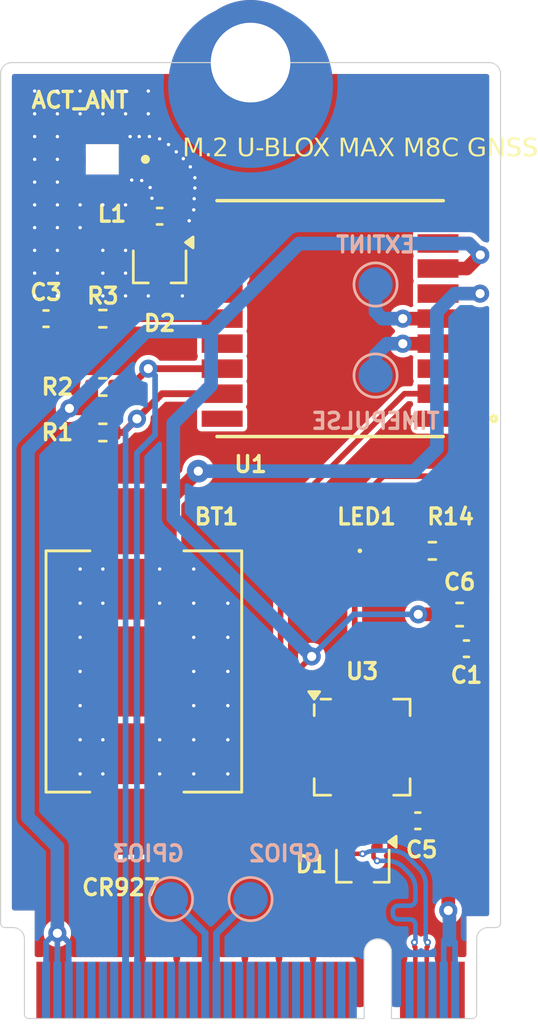
<source format=kicad_pcb>
(kicad_pcb (version 20241229) (generator "pcbnew") (generator_version "9.0")
  (layers (0 "F.Cu" signal "Top") (2 "B.Cu" signal "Bottom") (13 "F.Paste" user) (15 "B.Paste" user) (5 "F.SilkS" user "F.Silkscreen") (7 "B.SilkS" user "B.Silkscreen") (1 "F.Mask" user) (3 "B.Mask" user) (25 "Edge.Cuts" user))
  (net 0 "")
  (net 50 "Net-(BT1-+)")
  (net 51 "GND")
  (net 52 "3V3")
  (net 53 "USB_D+")
  (net 54 "I2C_SDA")
  (net 55 "USB_D-")
  (net 56 "I2C_SCL")
  (net 57 "Net-(C3-Pad2)")
  (net 58 "RX-MCU")
  (net 59 "TX-MCU")
  (net 60 "Net-(U3-3V3OUT)")
  (net 68 "RF_IN")
  (net 69 "VCC_RF")
  (net 70 "Net-(LED1-A)")
  (net 72 "Net-(U1-TIMEPULSE)")
  (net 73 "Net-(U1-EXTINT)")
  (net 74 "Net-(U$2-44)")
  (net 75 "Net-(U$2-46)")
  (footprint "Resistor_SMD:R_0402_1005Metric" (layer "F.Cu") (at 118.5 105.5)
    (property "Reference" "R1" (at -2 0 0) (layer "F.SilkS") (effects (font (size 0.7 0.7))))
    (property "Value" "4.7K" (hide yes))
    (pad "1" smd roundrect (at -0.51 0) (size 0.54 0.64) (layers "F.Cu" "F.Mask" "F.Paste") (net 52 "3V3"))
    (pad "2" smd roundrect (at 0.51 0) (size 0.54 0.64) (layers "F.Cu" "F.Mask" "F.Paste") (net 56 "I2C_SCL"))
  )
  (footprint "M.2-Templates:M.2-B-KEY" (layer "F.Cu") (at 125 131.25)
    (property "Reference" "U$2" (hide yes))
    (property "Value" "M.2-B-KEY" (hide yes))
    (fp_circle (center 0 -41) (end 3 -41) (stroke (width 1.25)) (fill no) (layer "B.Cu"))
    (fp_poly (pts (xy 2.55 -38.45) (xy -2.55 -38.45) (xy -2.55 -43.55) (xy 2.55 -43.55)) (fill yes) (layer "B.Cu"))
    (fp_line (start -11 -41.5) (end -11 -4.2) (stroke (width 0.05)) (layer "Edge.Cuts"))
    (fp_line (start -10.8 -4) (end -10.45 -4) (stroke (width 0.05)) (layer "Edge.Cuts"))
    (fp_line (start -9.95 -3.5) (end -9.95 -0.2) (stroke (width 0.05)) (layer "Edge.Cuts"))
    (fp_line (start -9.75 0) (end 5 0) (stroke (width 0.05)) (layer "Edge.Cuts"))
    (fp_line (start 5 -2.9) (end 5 0) (stroke (width 0.05)) (layer "Edge.Cuts"))
    (fp_line (start 6.2 -2.9) (end 6.2 0) (stroke (width 0.05)) (layer "Edge.Cuts"))
    (fp_line (start 6.2 0) (end 9.75 0) (stroke (width 0.05)) (layer "Edge.Cuts"))
    (fp_line (start 9.95 -0.2) (end 9.95 -3.5) (stroke (width 0.05)) (layer "Edge.Cuts"))
    (fp_line (start 10.45 -4) (end 10.8 -4) (stroke (width 0.05)) (layer "Edge.Cuts"))
    (fp_line (start 10.5 -42) (end -10.5 -42) (stroke (width 0.05)) (layer "Edge.Cuts"))
    (fp_line (start 11 -4.2) (end 11 -41.5) (stroke (width 0.05)) (layer "Edge.Cuts"))
    (fp_arc (start -11 -41.5) (mid -10.853553 -41.853553) (end -10.5 -42) (stroke (width 0.05)) (layer "Edge.Cuts"))
    (fp_arc (start -10.8 -4) (mid -10.941421 -4.058579) (end -11 -4.2) (stroke (width 0.05)) (layer "Edge.Cuts"))
    (fp_arc (start -10.45 -4) (mid -10.096447 -3.853553) (end -9.95 -3.5) (stroke (width 0.05)) (layer "Edge.Cuts"))
    (fp_arc (start -9.75 0) (mid -9.891421 -0.058579) (end -9.95 -0.2) (stroke (width 0.05)) (layer "Edge.Cuts"))
    (fp_arc (start 5 -2.9) (mid 5.175736 -3.324264) (end 5.6 -3.5) (stroke (width 0.05)) (layer "Edge.Cuts"))
    (fp_arc (start 5.6 -3.5) (mid 6.024264 -3.324264) (end 6.2 -2.9) (stroke (width 0.05)) (layer "Edge.Cuts"))
    (fp_arc (start 9.95 -3.5) (mid 10.096447 -3.853553) (end 10.45 -4) (stroke (width 0.05)) (layer "Edge.Cuts"))
    (fp_arc (start 9.95 -0.2) (mid 9.891421 -0.058579) (end 9.75 0) (stroke (width 0.05)) (layer "Edge.Cuts"))
    (fp_arc (start 10.5 -42) (mid 10.853553 -41.853553) (end 11 -41.5) (stroke (width 0.05)) (layer "Edge.Cuts"))
    (fp_arc (start 11 -4.2) (mid 10.941421 -4.058579) (end 10.8 -4) (stroke (width 0.05)) (layer "Edge.Cuts"))
    (pad "MOUNTING-HOLE" thru_hole circle (at 0 -42) (size 5.5 5.5) (drill 3.5) (layers "*.Cu" "*.Mask") (net 51 "GND"))
    (pad "P$1" smd rect (at 9.25 -1.25) (size 0.35 2.5) (layers "F.Cu" "F.Mask" "F.Paste"))
    (pad "P$2" smd rect (at 9 -1.25) (size 0.35 2.5) (layers "B.Cu" "B.Mask" "B.Paste") (net 52 "3V3"))
    (pad "P$3" smd rect (at 8.75 -1.25) (size 0.35 2.5) (layers "F.Cu" "F.Mask" "F.Paste") (net 51 "GND"))
    (pad "P$4" smd rect (at 8.5 -1.25) (size 0.35 2.5) (layers "B.Cu" "B.Mask" "B.Paste") (net 52 "3V3"))
    (pad "P$5" smd rect (at 8.25 -1.25) (size 0.35 2.5) (layers "F.Cu" "F.Mask" "F.Paste") (net 51 "GND"))
    (pad "P$6" smd rect (at 8 -1.25) (size 0.35 2.5) (layers "B.Cu" "B.Mask" "B.Paste"))
    (pad "P$7" smd rect (at 7.75 -1.25) (size 0.35 2.5) (layers "F.Cu" "F.Mask" "F.Paste") (net 53 "USB_D+"))
    (pad "P$8" smd rect (at 7.5 -1.25) (size 0.35 2.5) (layers "B.Cu" "B.Mask" "B.Paste"))
    (pad "P$9" smd rect (at 7.25 -1.25) (size 0.35 2.5) (layers "F.Cu" "F.Mask" "F.Paste") (net 55 "USB_D-"))
    (pad "P$10" smd rect (at 7 -1.25) (size 0.35 2.5) (layers "B.Cu" "B.Mask" "B.Paste"))
    (pad "P$11" smd rect (at 6.75 -1.25) (size 0.35 2.5) (layers "F.Cu" "F.Mask" "F.Paste") (net 51 "GND"))
    (pad "P$20" smd rect (at 4.5 -1.25) (size 0.35 2.5) (layers "B.Cu" "B.Mask" "B.Paste"))
    (pad "P$21" smd rect (at 4.25 -1.25) (size 0.35 2.5) (layers "F.Cu" "F.Mask" "F.Paste"))
    (pad "P$22" smd rect (at 4 -1.25) (size 0.35 2.5) (layers "B.Cu" "B.Mask" "B.Paste"))
    (pad "P$23" smd rect (at 3.75 -1.25) (size 0.35 2.5) (layers "F.Cu" "F.Mask" "F.Paste"))
    (pad "P$24" smd rect (at 3.5 -1.25) (size 0.35 2.5) (layers "B.Cu" "B.Mask" "B.Paste"))
    (pad "P$25" smd rect (at 3.25 -1.25) (size 0.35 2.5) (layers "F.Cu" "F.Mask" "F.Paste"))
    (pad "P$26" smd rect (at 3 -1.25) (size 0.35 2.5) (layers "B.Cu" "B.Mask" "B.Paste"))
    (pad "P$27" smd rect (at 2.75 -1.25) (size 0.35 2.5) (layers "F.Cu" "F.Mask" "F.Paste") (net 51 "GND"))
    (pad "P$28" smd rect (at 2.5 -1.25) (size 0.35 2.5) (layers "B.Cu" "B.Mask" "B.Paste"))
    (pad "P$29" smd rect (at 2.25 -1.25) (size 0.35 2.5) (layers "F.Cu" "F.Mask" "F.Paste"))
    (pad "P$30" smd rect (at 2 -1.25) (size 0.35 2.5) (layers "B.Cu" "B.Mask" "B.Paste"))
    (pad "P$31" smd rect (at 1.75 -1.25) (size 0.35 2.5) (layers "F.Cu" "F.Mask" "F.Paste"))
    (pad "P$32" smd rect (at 1.5 -1.25) (size 0.35 2.5) (layers "B.Cu" "B.Mask" "B.Paste"))
    (pad "P$33" smd rect (at 1.25 -1.25) (size 0.35 2.5) (layers "F.Cu" "F.Mask" "F.Paste") (net 51 "GND"))
    (pad "P$34" smd rect (at 1 -1.25) (size 0.35 2.5) (layers "B.Cu" "B.Mask" "B.Paste"))
    (pad "P$35" smd rect (at 0.75 -1.25) (size 0.35 2.5) (layers "F.Cu" "F.Mask" "F.Paste"))
    (pad "P$36" smd rect (at 0.5 -1.25) (size 0.35 2.5) (layers "B.Cu" "B.Mask" "B.Paste"))
    (pad "P$37" smd rect (at 0.25 -1.25) (size 0.35 2.5) (layers "F.Cu" "F.Mask" "F.Paste"))
    (pad "P$38" smd rect (at 0 -1.25) (size 0.35 2.5) (layers "B.Cu" "B.Mask" "B.Paste"))
    (pad "P$39" smd rect (at -0.25 -1.25) (size 0.35 2.5) (layers "F.Cu" "F.Mask" "F.Paste") (net 51 "GND"))
    (pad "P$40" smd rect (at -0.5 -1.25) (size 0.35 2.5) (layers "B.Cu" "B.Mask" "B.Paste"))
    (pad "P$41" smd rect (at -0.75 -1.25) (size 0.35 2.5) (layers "F.Cu" "F.Mask" "F.Paste"))
    (pad "P$42" smd rect (at -1 -1.25) (size 0.35 2.5) (layers "B.Cu" "B.Mask" "B.Paste"))
    (pad "P$43" smd rect (at -1.25 -1.25) (size 0.35 2.5) (layers "F.Cu" "F.Mask" "F.Paste"))
    (pad "P$44" smd rect (at -1.5 -1.25) (size 0.35 2.5) (layers "B.Cu" "B.Mask" "B.Paste") (net 74 "Net-(U$2-44)"))
    (pad "P$45" smd rect (at -1.75 -1.25) (size 0.35 2.5) (layers "F.Cu" "F.Mask" "F.Paste") (net 51 "GND"))
    (pad "P$46" smd rect (at -2 -1.25) (size 0.35 2.5) (layers "B.Cu" "B.Mask" "B.Paste") (net 75 "Net-(U$2-46)"))
    (pad "P$47" smd rect (at -2.25 -1.25) (size 0.35 2.5) (layers "F.Cu" "F.Mask" "F.Paste"))
    (pad "P$48" smd rect (at -2.5 -1.25) (size 0.35 2.5) (layers "B.Cu" "B.Mask" "B.Paste"))
    (pad "P$49" smd rect (at -2.75 -1.25) (size 0.35 2.5) (layers "F.Cu" "F.Mask" "F.Paste"))
    (pad "P$50" smd rect (at -3 -1.25) (size 0.35 2.5) (layers "B.Cu" "B.Mask" "B.Paste"))
    (pad "P$51" smd rect (at -3.25 -1.25) (size 0.35 2.5) (layers "F.Cu" "F.Mask" "F.Paste") (net 51 "GND"))
    (pad "P$52" smd rect (at -3.5 -1.25) (size 0.35 2.5) (layers "B.Cu" "B.Mask" "B.Paste"))
    (pad "P$53" smd rect (at -3.75 -1.25) (size 0.35 2.5) (layers "F.Cu" "F.Mask" "F.Paste"))
    (pad "P$54" smd rect (at -4 -1.25) (size 0.35 2.5) (layers "B.Cu" "B.Mask" "B.Paste"))
    (pad "P$55" smd rect (at -4.25 -1.25) (size 0.35 2.5) (layers "F.Cu" "F.Mask" "F.Paste"))
    (pad "P$56" smd rect (at -4.5 -1.25) (size 0.35 2.5) (layers "B.Cu" "B.Mask" "B.Paste"))
    (pad "P$57" smd rect (at -4.75 -1.25) (size 0.35 2.5) (layers "F.Cu" "F.Mask" "F.Paste") (net 51 "GND"))
    (pad "P$58" smd rect (at -5 -1.25) (size 0.35 2.5) (layers "B.Cu" "B.Mask" "B.Paste") (net 54 "I2C_SDA"))
    (pad "P$59" smd rect (at -5.25 -1.25) (size 0.35 2.5) (layers "F.Cu" "F.Mask" "F.Paste"))
    (pad "P$60" smd rect (at -5.5 -1.25) (size 0.35 2.5) (layers "B.Cu" "B.Mask" "B.Paste") (net 56 "I2C_SCL"))
    (pad "P$61" smd rect (at -5.75 -1.25) (size 0.35 2.5) (layers "F.Cu" "F.Mask" "F.Paste"))
    (pad "P$62" smd rect (at -6 -1.25) (size 0.35 2.5) (layers "B.Cu" "B.Mask" "B.Paste"))
    (pad "P$63" smd rect (at -6.25 -1.25) (size 0.35 2.5) (layers "F.Cu" "F.Mask" "F.Paste"))
    (pad "P$64" smd rect (at -6.5 -1.25) (size 0.35 2.5) (layers "B.Cu" "B.Mask" "B.Paste"))
    (pad "P$65" smd rect (at -6.75 -1.25) (size 0.35 2.5) (layers "F.Cu" "F.Mask" "F.Paste"))
    (pad "P$66" smd rect (at -7 -1.25) (size 0.35 2.5) (layers "B.Cu" "B.Mask" "B.Paste"))
    (pad "P$67" smd rect (at -7.25 -1.25) (size 0.35 2.5) (layers "F.Cu" "F.Mask" "F.Paste"))
    (pad "P$68" smd rect (at -7.5 -1.25) (size 0.35 2.5) (layers "B.Cu" "B.Mask" "B.Paste"))
    (pad "P$69" smd rect (at -7.75 -1.25) (size 0.35 2.5) (layers "F.Cu" "F.Mask" "F.Paste"))
    (pad "P$70" smd rect (at -8 -1.25) (size 0.35 2.5) (layers "B.Cu" "B.Mask" "B.Paste") (net 52 "3V3"))
    (pad "P$71" smd rect (at -8.25 -1.25) (size 0.35 2.5) (layers "F.Cu" "F.Mask" "F.Paste") (net 51 "GND"))
    (pad "P$72" smd rect (at -8.5 -1.25) (size 0.35 2.5) (layers "B.Cu" "B.Mask" "B.Paste") (net 52 "3V3"))
    (pad "P$73" smd rect (at -8.75 -1.25) (size 0.35 2.5) (layers "F.Cu" "F.Mask" "F.Paste") (net 51 "GND"))
    (pad "P$74" smd rect (at -9 -1.25) (size 0.35 2.5) (layers "B.Cu" "B.Mask" "B.Paste") (net 52 "3V3"))
    (pad "P$75" smd rect (at -9.25 -1.25) (size 0.35 2.5) (layers "F.Cu" "F.Mask" "F.Paste"))
  )
  (footprint "Resistor_SMD:R_0402_1005Metric" (layer "F.Cu") (at 133 110.7 180)
    (property "Reference" "R14" (at -0.8 1.5 0) (layer "F.SilkS") (effects (font (size 0.7 0.7))))
    (property "Value" "520R" (hide yes))
    (pad "1" smd roundrect (at -0.51 0 180) (size 0.54 0.64) (layers "F.Cu" "F.Mask" "F.Paste") (net 52 "3V3"))
    (pad "2" smd roundrect (at 0.51 0 180) (size 0.54 0.64) (layers "F.Cu" "F.Mask" "F.Paste") (net 70 "Net-(LED1-A)"))
  )
  (footprint "Capacitor_SMD:C_0402_1005Metric" (layer "F.Cu") (at 134.5 115 180)
    (property "Reference" "C1" (at 0 -1.16 0) (layer "F.SilkS") (effects (font (size 0.7 0.7))))
    (property "Value" "0.1uF" (hide yes))
    (pad "1" smd roundrect (at -0.48 0 180) (size 0.56 0.62) (layers "F.Cu" "F.Mask" "F.Paste") (net 51 "GND"))
    (pad "2" smd roundrect (at 0.48 0 180) (size 0.56 0.62) (layers "F.Cu" "F.Mask" "F.Paste") (net 52 "3V3"))
  )
  (footprint "Package_TO_SOT_SMD:SOT-323_SC-70" (layer "F.Cu") (at 121 98.2 -90)
    (property "Reference" "D2" (at 2.5 0 180) (layer "F.SilkS") (effects (font (size 0.7 0.7))))
    (property "Value" "SP1001-02JTG - C151300" (hide yes))
    (pad "1" smd roundrect (at -1 -0.65 180) (size 0.45 0.7) (layers "F.Cu" "F.Mask" "F.Paste") (net 68 "RF_IN"))
    (pad "2" smd roundrect (at -1 0.65 180) (size 0.45 0.7) (layers "F.Cu" "F.Mask" "F.Paste"))
    (pad "3" smd roundrect (at 1 0 180) (size 0.45 0.7) (layers "F.Cu" "F.Mask" "F.Paste") (net 51 "GND"))
  )
  (footprint "Package_DFN_QFN:QFN-16-1EP_4x4mm_P0.65mm_EP2.1x2.1mm" (layer "F.Cu") (at 129.91 119.325)
    (property "Reference" "U3" (at 0 -3.330001 0) (layer "F.SilkS") (effects (font (size 0.7 0.7))))
    (property "Value" "FT230XQ" (hide yes))
    (pad "1" smd roundrect (at -1.95 -0.975) (size 0.85 0.3) (layers "F.Cu" "F.Mask" "F.Paste") (net 52 "3V3"))
    (pad "2" smd roundrect (at -1.95 -0.325) (size 0.85 0.3) (layers "F.Cu" "F.Mask" "F.Paste") (net 59 "TX-MCU"))
    (pad "3" smd roundrect (at -1.95 0.325) (size 0.85 0.3) (layers "F.Cu" "F.Mask" "F.Paste") (net 51 "GND"))
    (pad "4" smd roundrect (at -1.95 0.975) (size 0.85 0.3) (layers "F.Cu" "F.Mask" "F.Paste"))
    (pad "5" smd roundrect (at -0.975 1.95) (size 0.3 0.85) (layers "F.Cu" "F.Mask" "F.Paste"))
    (pad "6" smd roundrect (at -0.325 1.95) (size 0.3 0.85) (layers "F.Cu" "F.Mask" "F.Paste") (net 53 "USB_D+"))
    (pad "7" smd roundrect (at 0.325 1.95) (size 0.3 0.85) (layers "F.Cu" "F.Mask" "F.Paste") (net 55 "USB_D-"))
    (pad "8" smd roundrect (at 0.975 1.95) (size 0.3 0.85) (layers "F.Cu" "F.Mask" "F.Paste") (net 60 "Net-(U3-3V3OUT)"))
    (pad "9" smd roundrect (at 1.95 0.975) (size 0.85 0.3) (layers "F.Cu" "F.Mask" "F.Paste"))
    (pad "10" smd roundrect (at 1.95 0.325) (size 0.85 0.3) (layers "F.Cu" "F.Mask" "F.Paste") (net 52 "3V3"))
    (pad "11" smd roundrect (at 1.95 -0.325) (size 0.85 0.3) (layers "F.Cu" "F.Mask" "F.Paste"))
    (pad "12" smd roundrect (at 1.95 -0.975) (size 0.85 0.3) (layers "F.Cu" "F.Mask" "F.Paste"))
    (pad "13" smd roundrect (at 0.975 -1.95) (size 0.3 0.85) (layers "F.Cu" "F.Mask" "F.Paste") (net 51 "GND"))
    (pad "14" smd roundrect (at 0.325 -1.95) (size 0.3 0.85) (layers "F.Cu" "F.Mask" "F.Paste"))
    (pad "15" smd roundrect (at -0.325 -1.95) (size 0.3 0.85) (layers "F.Cu" "F.Mask" "F.Paste") (net 58 "RX-MCU"))
    (pad "16" smd roundrect (at -0.975 -1.95) (size 0.3 0.85) (layers "F.Cu" "F.Mask" "F.Paste"))
    (pad "17" smd rect (at 0 0) (size 2.1 2.1) (property pad_prop_heatsink) (layers "F.Cu" "F.Mask") (net 51 "GND"))
  )
  (footprint "Resistor_SMD:R_0402_1005Metric" (layer "F.Cu") (at 118.5 103.5)
    (property "Reference" "R2" (at -2 0 0) (layer "F.SilkS") (effects (font (size 0.7 0.7))))
    (property "Value" "4.7K" (hide yes))
    (pad "1" smd roundrect (at -0.51 0) (size 0.54 0.64) (layers "F.Cu" "F.Mask" "F.Paste") (net 52 "3V3"))
    (pad "2" smd roundrect (at 0.51 0) (size 0.54 0.64) (layers "F.Cu" "F.Mask" "F.Paste") (net 54 "I2C_SDA"))
  )
  (footprint "Resistor_SMD:R_0402_1005Metric" (layer "F.Cu") (at 118.5 100.5 180)
    (property "Reference" "R3" (at 0 1 0) (layer "F.SilkS") (effects (font (size 0.7 0.7))))
    (property "Value" "10R" (hide yes))
    (pad "1" smd roundrect (at -0.51 0 180) (size 0.54 0.64) (layers "F.Cu" "F.Mask" "F.Paste") (net 69 "VCC_RF"))
    (pad "2" smd roundrect (at 0.51 0 180) (size 0.54 0.64) (layers "F.Cu" "F.Mask" "F.Paste") (net 57 "Net-(C3-Pad2)"))
  )
  (footprint "Connector_Coaxial:LINX_CONMHF4-SMD-G-T" (layer "F.Cu") (at 118.5 93.5 90)
    (property "Reference" "ACT_ANT" (at 2.6 -1 180) (layer "F.SilkS") (effects (font (size 0.7 0.7))))
    (property "Value" "CONMHF4-SMD-G-T" (hide yes))
    (pad "1" smd rect (at 0 1 90) (size 0.6 0.6) (layers "F.Cu" "F.Mask" "F.Paste") (net 68 "RF_IN"))
    (pad "S1" smd rect (at -0.96 0 90) (size 0.58 1.58) (layers "F.Cu" "F.Mask" "F.Paste") (net 51 "GND"))
    (pad "S2" smd rect (at 0 -1 90) (size 0.5 0.5) (layers "F.Cu" "F.Mask" "F.Paste") (net 51 "GND"))
    (pad "S3" smd rect (at 0.96 0 90) (size 0.58 1.58) (layers "F.Cu" "F.Mask" "F.Paste") (net 51 "GND"))
    (zone (net 0) (net_name "") (layer "F.Cu") (connect_pads (clearance 0)) (min_thickness 0.01)
      (keepout (tracks not_allowed) (vias not_allowed) (pads not_allowed) (copperpour not_allowed) (footprints allowed))
      (fill (thermal_gap 0.508) (thermal_bridge_width 0.508))
      (polygon (pts (xy 117.75 94.17) (xy 117.75 92.83) (xy 119.2 92.83) (xy 119.2 94.17)))
    )
    (zone (net 0) (net_name "") (layer "B.Cu") (connect_pads (clearance 0)) (min_thickness 0.01)
      (keepout (tracks not_allowed) (vias not_allowed) (pads not_allowed) (copperpour not_allowed) (footprints allowed))
      (fill (thermal_gap 0.508) (thermal_bridge_width 0.508))
      (polygon (pts (xy 117.75 94.17) (xy 117.75 92.83) (xy 119.2 92.83) (xy 119.2 94.17)))
    )
  )
  (footprint "Battery:BAT_3030TR" (layer "F.Cu") (at 120 116 -90)
    (property "Reference" "BT1" (at -6.8 -3.5 180) (layer "F.SilkS") (effects (font (size 0.7 0.7))))
    (property "Value" "Battery_Cell" (hide yes))
    (pad "1" smd rect (at -6.6 0 270) (size 2.9 3.5) (layers "F.Cu" "F.Mask" "F.Paste") (net 50 "Net-(BT1-+)"))
    (pad "1" smd rect (at 6.6 0 270) (size 2.9 3.5) (layers "F.Cu" "F.Mask" "F.Paste") (net 50 "Net-(BT1-+)"))
    (pad "2" smd rect (at 0 0 270) (size 3.96 3.96) (layers "F.Cu" "F.Mask") (net 51 "GND"))
  )
  (footprint "Capacitor_SMD:C_0603_1608Metric" (layer "F.Cu") (at 134.2 113.5)
    (property "Reference" "C6" (at 0 -1.43 0) (layer "F.SilkS") (effects (font (size 0.7 0.7))))
    (property "Value" "22uF" (hide yes))
    (pad "1" smd roundrect (at -0.775 0) (size 0.9 0.95) (layers "F.Cu" "F.Mask" "F.Paste") (net 52 "3V3"))
    (pad "2" smd roundrect (at 0.775 0) (size 0.9 0.95) (layers "F.Cu" "F.Mask" "F.Paste") (net 51 "GND"))
  )
  (footprint "uBlox:MAX-8&slash_MAX-M8_UBL" (layer "F.Cu") (at 128.5 100.4971 180)
    (property "Reference" "U1" (at 3.5 -6.4029 0) (layer "F.SilkS") (effects (font (size 0.7 0.7))))
    (property "Value" "MAX-M8C-0-10" (hide yes))
    (pad "1" smd rect (at -4.749998 -4.399999 180) (size 1.8034 0.7112) (layers "F.Cu" "F.Mask" "F.Paste") (net 51 "GND"))
    (pad "2" smd rect (at -4.749998 -3.300001 180) (size 1.8034 0.8128) (layers "F.Cu" "F.Mask" "F.Paste") (net 59 "TX-MCU"))
    (pad "3" smd rect (at -4.749998 -2.200001 180) (size 1.8034 0.8128) (layers "F.Cu" "F.Mask" "F.Paste") (net 58 "RX-MCU"))
    (pad "4" smd rect (at -4.749998 -1.1 180) (size 1.8034 0.8128) (layers "F.Cu" "F.Mask" "F.Paste") (net 72 "Net-(U1-TIMEPULSE)"))
    (pad "5" smd rect (at -4.749998 0 180) (size 1.8034 0.8128) (layers "F.Cu" "F.Mask" "F.Paste") (net 73 "Net-(U1-EXTINT)"))
    (pad "6" smd rect (at -4.749998 1.1 180) (size 1.8034 0.8128) (layers "F.Cu" "F.Mask" "F.Paste") (net 50 "Net-(BT1-+)"))
    (pad "7" smd rect (at -4.749998 2.200001 180) (size 1.8034 0.8128) (layers "F.Cu" "F.Mask" "F.Paste") (net 52 "3V3"))
    (pad "8" smd rect (at -4.749998 3.300001 180) (size 1.8034 0.8128) (layers "F.Cu" "F.Mask" "F.Paste") (net 52 "3V3"))
    (pad "9" smd rect (at -4.749998 4.400001 180) (size 1.8034 0.7112) (layers "F.Cu" "F.Mask" "F.Paste"))
    (pad "10" smd rect (at 4.749998 4.399999 180) (size 1.8034 0.7112) (layers "F.Cu" "F.Mask" "F.Paste") (net 51 "GND"))
    (pad "11" smd rect (at 4.749998 3.300001 180) (size 1.8034 0.8128) (layers "F.Cu" "F.Mask" "F.Paste") (net 68 "RF_IN"))
    (pad "12" smd rect (at 4.749998 2.200001 180) (size 1.8034 0.8128) (layers "F.Cu" "F.Mask" "F.Paste") (net 51 "GND"))
    (pad "13" smd rect (at 4.749998 1.1 180) (size 1.8034 0.8128) (layers "F.Cu" "F.Mask" "F.Paste"))
    (pad "14" smd rect (at 4.749998 0 180) (size 1.8034 0.8128) (layers "F.Cu" "F.Mask" "F.Paste") (net 69 "VCC_RF"))
    (pad "15" smd rect (at 4.749998 -1.1 180) (size 1.8034 0.8128) (layers "F.Cu" "F.Mask" "F.Paste"))
    (pad "16" smd rect (at 4.749998 -2.200001 180) (size 1.8034 0.8128) (layers "F.Cu" "F.Mask" "F.Paste") (net 54 "I2C_SDA"))
    (pad "17" smd rect (at 4.749998 -3.300001 180) (size 1.8034 0.8128) (layers "F.Cu" "F.Mask" "F.Paste") (net 56 "I2C_SCL"))
    (pad "18" smd rect (at 4.749998 -4.400001 180) (size 1.8034 0.7112) (layers "F.Cu" "F.Mask" "F.Paste"))
  )
  (footprint "Capacitor_SMD:C_0402_1005Metric" (layer "F.Cu") (at 116 100.5)
    (property "Reference" "C3" (at 0 -1.16 0) (layer "F.SilkS") (effects (font (size 0.7 0.7))))
    (property "Value" "100nF" (hide yes))
    (pad "1" smd roundrect (at -0.48 0) (size 0.56 0.62) (layers "F.Cu" "F.Mask" "F.Paste") (net 51 "GND"))
    (pad "2" smd roundrect (at 0.48 0) (size 0.56 0.62) (layers "F.Cu" "F.Mask" "F.Paste") (net 57 "Net-(C3-Pad2)"))
  )
  (footprint "Package_TO_SOT_SMD:SOT-323_SC-70" (layer "F.Cu") (at 129.9375 124.53 -90)
    (property "Reference" "D1" (at -0.05 2.2575 180) (layer "F.SilkS") (effects (font (size 0.7 0.7))))
    (property "Value" "SP1001-02JTG - C151300" (hide yes))
    (pad "1" smd roundrect (at -1 -0.65 180) (size 0.45 0.7) (layers "F.Cu" "F.Mask" "F.Paste") (net 55 "USB_D-"))
    (pad "2" smd roundrect (at -1 0.65 180) (size 0.45 0.7) (layers "F.Cu" "F.Mask" "F.Paste") (net 53 "USB_D+"))
    (pad "3" smd roundrect (at 1 0 180) (size 0.45 0.7) (layers "F.Cu" "F.Mask" "F.Paste") (net 51 "GND"))
  )
  (footprint "Capacitor_SMD:C_0402_1005Metric" (layer "F.Cu") (at 132.36 122.56 180)
    (property "Reference" "C5" (at -0.17 -1.27 0) (layer "F.SilkS") (effects (font (size 0.7 0.7))))
    (property "Value" "100nF" (hide yes))
    (pad "1" smd roundrect (at -0.48 0 180) (size 0.56 0.62) (layers "F.Cu" "F.Mask" "F.Paste") (net 51 "GND"))
    (pad "2" smd roundrect (at 0.48 0 180) (size 0.56 0.62) (layers "F.Cu" "F.Mask" "F.Paste") (net 60 "Net-(U3-3V3OUT)"))
  )
  (footprint "Capacitor_SMD:C_0402_1005Metric_Pad0.74x0.62mm_HandSolder" (layer "F.Cu") (at 121 96)
    (property "Reference" "L1" (at -2.1 -0.1 0) (layer "F.SilkS") (effects (font (size 0.7 0.7))))
    (property "Value" "10nH" (hide yes))
    (pad "1" smd roundrect (at -0.5675 0) (size 0.735 0.62) (layers "F.Cu" "F.Mask" "F.Paste") (net 57 "Net-(C3-Pad2)"))
    (pad "2" smd roundrect (at 0.5675 0) (size 0.735 0.62) (layers "F.Cu" "F.Mask" "F.Paste") (net 68 "RF_IN"))
  )
  (footprint "LED_SMD:LED_0402_1005Metric" (layer "F.Cu") (at 130.9 110.7)
    (property "Reference" "LED1" (at -0.8 -1.5 0) (layer "F.SilkS") (effects (font (size 0.7 0.7))))
    (property "Value" "NET" (hide yes))
    (pad "1" smd roundrect (at -0.485 0) (size 0.59 0.64) (layers "F.Cu" "F.Mask" "F.Paste") (net 51 "GND"))
    (pad "2" smd roundrect (at 0.485 0) (size 0.59 0.64) (layers "F.Cu" "F.Mask" "F.Paste") (net 70 "Net-(LED1-A)"))
  )
  (footprint "TestPoint:TestPoint_Pad_D1.5mm" (layer "B.Cu") (at 125 126)
    (property "Reference" "TP3" (hide yes))
    (property "Value" "GPIO2" (at 1.5 -2 180) (layer "B.SilkS") (effects (font (size 0.7 0.7)) (justify mirror)))
    (pad "1" smd circle (at 0 0) (size 1.5 1.5) (layers "B.Cu" "B.Mask") (net 74 "Net-(U$2-44)"))
  )
  (footprint "TestPoint:TestPoint_Pad_D1.5mm" (layer "B.Cu") (at 130.5 103)
    (property "Reference" "TP1" (hide yes))
    (property "Value" "TIMEPULSE" (at 0 2 180) (layer "B.SilkS") (effects (font (size 0.7 0.7)) (justify mirror)))
    (pad "1" smd circle (at 0 0) (size 1.5 1.5) (layers "B.Cu" "B.Mask") (net 72 "Net-(U1-TIMEPULSE)"))
  )
  (footprint "TestPoint:TestPoint_Pad_D1.5mm" (layer "B.Cu") (at 130.5 99)
    (property "Reference" "TP2" (hide yes))
    (property "Value" "EXTINT" (at 0 -1.75 180) (layer "B.SilkS") (effects (font (size 0.7 0.7)) (justify mirror)))
    (pad "1" smd circle (at 0 0) (size 1.5 1.5) (layers "B.Cu" "B.Mask") (net 73 "Net-(U1-EXTINT)"))
  )
  (footprint "TestPoint:TestPoint_Pad_D1.5mm" (layer "B.Cu") (at 121.5 126)
    (property "Reference" "TP4" (hide yes))
    (property "Value" "GPIO3" (at -1 -2 180) (layer "B.SilkS") (effects (font (size 0.7 0.7)) (justify mirror)))
    (pad "1" smd circle (at 0 0) (size 1.5 1.5) (layers "B.Cu" "B.Mask") (net 75 "Net-(U$2-46)"))
  )
  (gr_text "M.2 U-BLOX MAX M8C GNSS" (at 122 93.5 0) (layer "F.SilkS") (effects (font (size 0.8 0.8)) (justify left bottom)))
  (gr_text "CR927" (at 117.5 125.9 0) (layer "F.SilkS") (effects (font (size 0.7 0.7)) (justify left bottom)))
  (segment (start 117.5 122.6) (end 120 122.6) (width 0.6) (layer "F.Cu") (net 50))
  (segment (start 135.1 99.4) (end 135.0971 99.3971) (width 0.6) (layer "F.Cu") (net 50))
  (segment (start 120.5 109.4) (end 120 109.4) (width 0.6) (layer "F.Cu") (net 50))
  (segment (start 117.2 109.4) (end 116.4 110.2) (width 0.6) (layer "F.Cu") (net 50))
  (segment (start 116.4 121.5) (end 117.5 122.6) (width 0.6) (layer "F.Cu") (net 50))
  (segment (start 116.4 110.2) (end 116.4 121.5) (width 0.6) (layer "F.Cu") (net 50))
  (segment (start 122.7 107.2) (end 120.5 109.4) (width 0.6) (layer "F.Cu") (net 50))
  (segment (start 135.0971 99.3971) (end 133.249998 99.3971) (width 0.6) (layer "F.Cu") (net 50))
  (segment (start 120 109.4) (end 117.2 109.4) (width 0.6) (layer "F.Cu") (net 50))
  (via (at 122.7 107.2) (size 1) (drill 0.4) (layers "F.Cu" "B.Cu") (net 50))
  (via (at 135.1 99.4) (size 0.8) (drill 0.4) (layers "F.Cu" "B.Cu") (net 50))
  (segment (start 132.2 107.2) (end 133.2 106.2) (width 0.6) (layer "B.Cu") (net 50))
  (segment (start 134 99.4) (end 135.1 99.4) (width 0.6) (layer "B.Cu") (net 50))
  (segment (start 133.2 106.2) (end 133.2 100.2) (width 0.6) (layer "B.Cu") (net 50))
  (segment (start 122.7 107.2) (end 132.2 107.2) (width 0.6) (layer "B.Cu") (net 50))
  (segment (start 133.2 100.2) (end 134 99.4) (width 0.6) (layer "B.Cu") (net 50))
  (via (at 116.5 90.5) (size 0.3) (drill 0.15) (layers "F.Cu" "B.Cu") (net 51))
  (via (at 124 120.5) (size 0.3) (drill 0.15) (layers "F.Cu" "B.Cu") (net 51))
  (via (at 118.5 99.5) (size 0.3) (drill 0.15) (layers "F.Cu" "B.Cu") (net 51))
  (via (at 121 119) (size 0.3) (drill 0.15) (layers "F.Cu" "B.Cu") (net 51))
  (via (at 117.5 111.5) (size 0.3) (drill 0.15) (layers "F.Cu" "B.Cu") (net 51))
  (via (at 115.5 99.5) (size 0.3) (drill 0.15) (layers "F.Cu" "B.Cu") (net 51))
  (via (at 122 99.5) (size 0.3) (drill 0.15) (layers "F.Cu" "B.Cu") (net 51))
  (via (at 117.5 116) (size 0.3) (drill 0.15) (layers "F.Cu" "B.Cu") (net 51))
  (via (at 122.55 94.31) (size 0.3) (drill 0.15) (layers "F.Cu" "B.Cu") (net 51))
  (via (at 117.5 119) (size 0.3) (drill 0.15) (layers "F.Cu" "B.Cu") (net 51))
  (via (at 120.58 94.74) (size 0.3) (drill 0.15) (layers "F.Cu" "B.Cu") (net 51))
  (via (at 118.5 120.5) (size 0.3) (drill 0.15) (layers "F.Cu" "B.Cu") (net 51))
  (via (at 117.5 117.5) (size 0.3) (drill 0.15) (layers "F.Cu" "B.Cu") (net 51))
  (via (at 124 117.5) (size 0.3) (drill 0.15) (layers "F.Cu" "B.Cu") (net 51))
  (via (at 122.5 113) (size 0.3) (drill 0.15) (layers "F.Cu" "B.Cu") (net 51))
  (via (at 117.5 120.5) (size 0.3) (drill 0.15) (layers "F.Cu" "B.Cu") (net 51))
  (via (at 122.5 111.5) (size 0.3) (drill 0.15) (layers "F.Cu" "B.Cu") (net 51))
  (via (at 120.21 94.43) (size 0.3) (drill 0.15) (layers "F.Cu" "B.Cu") (net 51))
  (via (at 118.5 98.5) (size 0.3) (drill 0.15) (layers "F.Cu" "B.Cu") (net 51))
  (via (at 122.04 93.47) (size 0.3) (drill 0.15) (layers "F.Cu" "B.Cu") (net 51))
  (via (at 118.5 97.5) (size 0.3) (drill 0.15) (layers "F.Cu" "B.Cu") (net 51))
  (via (at 115.5 92.5) (size 0.3) (drill 0.15) (layers "F.Cu" "B.Cu") (net 51))
  (via (at 122.5 116) (size 0.3) (drill 0.15) (layers "F.Cu" "B.Cu") (net 51))
  (via (at 124 119) (size 0.3) (drill 0.15) (layers "F.Cu" "B.Cu") (net 51))
  (via (at 115.5 93.5) (size 0.3) (drill 0.15) (layers "F.Cu" "B.Cu") (net 51))
  (via (at 117.5 91.5) (size 0.3) (drill 0.15) (layers "F.Cu" "B.Cu") (net 51))
  (via (at 117.5 114.5) (size 0.3) (drill 0.15) (layers "F.Cu" "B.Cu") (net 51))
  (via (at 118.5 119) (size 0.3) (drill 0.15) (layers "F.Cu" "B.Cu") (net 51))
  (via (at 116.5 95.5) (size 0.3) (drill 0.15) (layers "F.Cu" "B.Cu") (net 51))
  (via (at 119.5 90.5) (size 0.3) (drill 0.15) (layers "F.Cu" "B.Cu") (net 51))
  (via (at 120.1 92.5) (size 0.3) (drill 0.15) (layers "F.Cu" "B.Cu") (net 51))
  (via (at 118.5 95.5) (size 0.3) (drill 0.15) (layers "F.Cu" "B.Cu") (net 51))
  (via (at 124 116) (size 0.3) (drill 0.15) (layers "F.Cu" "B.Cu") (net 51))
  (via (at 118.5 91.5) (size 0.3) (drill 0.15) (layers "F.Cu" "B.Cu") (net 51))
  (via (at 115.5 98.5) (size 0.3) (drill 0.15) (layers "F.Cu" "B.Cu") (net 51))
  (via (at 116.5 93.5) (size 0.3) (drill 0.15) (layers "F.Cu" "B.Cu") (net 51))
  (via (at 115.5 96.5) (size 0.3) (drill 0.15) (layers "F.Cu" "B.Cu") (net 51))
  (via (at 121 120.5) (size 0.3) (drill 0.15) (layers "F.Cu" "B.Cu") (net 51))
  (via (at 120.5 91.5) (size 0.3) (drill 0.15) (layers "F.Cu" "B.Cu") (net 51))
  (via (at 115.5 94.5) (size 0.3) (drill 0.15) (layers "F.Cu" "B.Cu") (net 51))
  (via (at 121 111.5) (size 0.3) (drill 0.15) (layers "F.Cu" "B.Cu") (net 51))
  (via (at 119.5 98.5) (size 0.3) (drill 0.15) (layers "F.Cu" "B.Cu") (net 51))
  (via (at 124 113) (size 0.3) (drill 0.15) (layers "F.Cu" "B.Cu") (net 51))
  (via (at 122.3 96.2) (size 0.3) (drill 0.15) (layers "F.Cu" "B.Cu") (net 51))
  (via (at 118.5 113) (size 0.3) (drill 0.15) (layers "F.Cu" "B.Cu") (net 51))
  (via (at 122.5 120.5) (size 0.3) (drill 0.15) (layers "F.Cu" "B.Cu") (net 51))
  (via (at 116.5 99.5) (size 0.3) (drill 0.15) (layers "F.Cu" "B.Cu") (net 51))
  (via (at 122.52 95.23) (size 0.3) (drill 0.15) (layers "F.Cu" "B.Cu") (net 51))
  (via (at 122.35 93.83) (size 0.3) (drill 0.15) (layers "F.Cu" "B.Cu") (net 51))
  (via (at 122.55 94.76) (size 0.3) (drill 0.15) (layers "F.Cu" "B.Cu") (net 51))
  (via (at 116.5 98.5) (size 0.3) (drill 0.15) (layers "F.Cu" "B.Cu") (net 51))
  (via (at 116.5 92.5) (size 0.3) (drill 0.15) (layers "F.Cu" "B.Cu") (net 51))
  (via (at 117.5 90.5) (size 0.3) (drill 0.15) (layers "F.Cu" "B.Cu") (net 51))
  (via (at 121.73 93.17) (size 0.3) (drill 0.15) (layers "F.Cu" "B.Cu") (net 51))
  (via (at 119.5 95.5) (size 0.3) (drill 0.15) (layers "F.Cu" "B.Cu") (net 51))
  (via (at 117.5 96.5) (size 0.3) (drill 0.15) (layers "F.Cu" "B.Cu") (net 51))
  (via (at 120.5 90.5) (size 0.3) (drill 0.15) (layers "F.Cu" "B.Cu") (net 51))
  (via (at 116.5 94.5) (size 0.3) (drill 0.15) (layers "F.Cu" "B.Cu") (net 51))
  (via (at 118.5 111.5) (size 0.3) (drill 0.15) (layers "F.Cu" "B.Cu") (net 51))
  (via (at 119.77 94.41) (size 0.3) (drill 0.15) (layers "F.Cu" "B.Cu") (net 51))
  (via (at 119.7 92.5) (size 0.3) (drill 0.15) (layers "F.Cu" "B.Cu") (net 51))
  (via (at 124 114.5) (size 0.3) (drill 0.15) (layers "F.Cu" "B.Cu") (net 51))
  (via (at 118.5 90.5) (size 0.3) (drill 0.15) (layers "F.Cu" "B.Cu") (net 51))
  (via (at 116.5 96.5) (size 0.3) (drill 0.15) (layers "F.Cu" "B.Cu") (net 51))
  (via (at 117.5 113) (size 0.3) (drill 0.15) (layers "F.Cu" "B.Cu") (net 51))
  (via (at 121 92.6) (size 0.3) (drill 0.15) (layers "F.Cu" "B.Cu") (net 51))
  (via (at 119.5 91.5) (size 0.3) (drill 0.15) (layers "F.Cu" "B.Cu") (net 51))
  (via (at 122.5 95.72) (size 0.3) (drill 0.15) (layers "F.Cu" "B.Cu") (net 51))
  (via (at 115.5 95.5) (size 0.3) (drill 0.15) (layers "F.Cu" "B.Cu") (net 51))
  (via (at 120.5 99.5) (size 0.3) (drill 0.15) (layers "F.Cu" "B.Cu") (net 51))
  (via (at 119.5 99.5) (size 0.3) (drill 0.15) (layers "F.Cu" "B.Cu") (net 51))
  (via (at 119.5 97.5) (size 0.3) (drill 0.15) (layers "F.Cu" "B.Cu") (net 51))
  (via (at 116.5 91.5) (size 0.3) (drill 0.15) (layers "F.Cu" "B.Cu") (net 51))
  (via (at 122.5 117.5) (size 0.3) (drill 0.15) (layers "F.Cu" "B.Cu") (net 51))
  (via (at 121.39 92.85) (size 0.3) (drill 0.15) (layers "F.Cu" "B.Cu") (net 51))
  (via (at 115.5 91.5) (size 0.3) (drill 0.15) (layers "F.Cu" "B.Cu") (net 51))
  (via (at 122.5 114.5) (size 0.3) (drill 0.15) (layers "F.Cu" "B.Cu") (net 51))
  (via (at 116.5 97.5) (size 0.3) (drill 0.15) (layers "F.Cu" "B.Cu") (net 51))
  (via (at 122.5 119) (size 0.3) (drill 0.15) (layers "F.Cu" "B.Cu") (net 51))
  (via (at 115.5 90.5) (size 0.3) (drill 0.15) (layers "F.Cu" "B.Cu") (net 51))
  (via (at 120.55 92.5) (size 0.3) (drill 0.15) (layers "F.Cu" "B.Cu") (net 51))
  (via (at 121 113) (size 0.3) (drill 0.15) (layers "F.Cu" "B.Cu") (net 51))
  (via (at 120.66 95.21) (size 0.3) (drill 0.15) (layers "F.Cu" "B.Cu") (net 51))
  (via (at 115.5 97.5) (size 0.3) (drill 0.15) (layers "F.Cu" "B.Cu") (net 51))
  (via (at 117.5 95.5) (size 0.3) (drill 0.15) (layers "F.Cu" "B.Cu") (net 51))
  (segment (start 126.97 118.11) (end 126.97 116.06) (width 0.25) (layer "F.Cu") (net 52))
  (segment (start 126.97 116.06) (end 127.69 115.34) (width 0.25) (layer "F.Cu") (net 52))
  (segment (start 133.7 119.6) (end 133.7 118.48) (width 0.6) (layer "F.Cu") (net 52))
  (segment (start 134.607099 97.197099) (end 133.249998 97.197099) (width 0.6) (layer "F.Cu") (net 52))
  (segment (start 132.38 113.49) (end 133.415 113.49) (width 0.6) (layer "F.Cu") (net 52))
  (segment (start 127.96 118.35) (end 127.21 118.35) (width 0.25) (layer "F.Cu") (net 52))
  (segment (start 117.03 104.44) (end 117.97 104.44) (width 0.6) (layer "F.Cu") (net 52))
  (segment (start 133.7 126.5) (end 133.7 119.6) (width 0.6) (layer "F.Cu") (net 52))
  (segment (start 133.415 113.49) (end 133.425 113.5) (width 0.6) (layer "F.Cu") (net 52))
  (segment (start 133.51 113.415) (end 133.425 113.5) (width 0.3) (layer "F.Cu") (net 52))
  (segment (start 132.85 119.65) (end 132.9 119.6) (width 0.25) (layer "F.Cu") (net 52))
  (segment (start 133.51 110.7) (end 133.51 113.415) (width 0.3) (layer "F.Cu") (net 52))
  (segment (start 131.86 119.65) (end 132.85 119.65) (width 0.25) (layer "F.Cu") (net 52))
  (segment (start 117.99 103.5) (end 117.99 105.5) (width 0.6) (layer "F.Cu") (net 52))
  (segment (start 133.249998 98.297099) (end 134.512901 98.297099) (width 0.6) (layer "F.Cu") (net 52))
  (segment (start 134.02 114.095) (end 134.02 115) (width 0.6) (layer "F.Cu") (net 52))
  (segment (start 135.11 97.7) (end 134.607099 97.197099) (width 0.6) (layer "F.Cu") (net 52))
  (segment (start 127.21 118.35) (end 126.97 118.11) (width 0.25) (layer "F.Cu") (net 52))
  (segment (start 133.7 118.48) (end 133.7 115.32) (width 0.6) (layer "F.Cu") (net 52))
  (segment (start 134.512901 98.297099) (end 135.11 97.7) (width 0.6) (layer "F.Cu") (net 52))
  (segment (start 133.7 115.32) (end 134.02 115) (width 0.6) (layer "F.Cu") (net 52))
  (segment (start 117.97 104.44) (end 117.99 104.42) (width 0.6) (layer "F.Cu") (net 52))
  (segment (start 133.425 113.5) (end 134.02 114.095) (width 0.6) (layer "F.Cu") (net 52))
  (segment (start 132.9 119.6) (end 133.7 119.6) (width 0.25) (layer "F.Cu") (net 52))
  (via (at 127.69 115.34) (size 0.8) (drill 0.4) (layers "F.Cu" "B.Cu") (net 52))
  (via (at 117.03 104.44) (size 0.8) (drill 0.4) (layers "F.Cu" "B.Cu") (net 52))
  (via (at 133.7 126.5) (size 0.8) (drill 0.4) (layers "F.Cu" "B.Cu") (net 52))
  (via (at 135.11 97.7) (size 0.8) (drill 0.4) (layers "F.Cu" "B.Cu") (net 52))
  (via (at 132.38 113.49) (size 0.8) (drill 0.4) (layers "F.Cu" "B.Cu") (net 52))
  (via (at 116.5 127.5) (size 0.8) (drill 0.4) (layers "F.Cu" "B.Cu") (net 52))
  (segment (start 133.7 126.5) (end 133.6 126.6) (width 0.25) (layer "B.Cu") (net 52))
  (segment (start 127.13 97.2) (end 123.265 101.065) (width 0.6) (layer "B.Cu") (net 52))
  (segment (start 127.69 115.34) (end 121.6 109.25) (width 0.6) (layer "B.Cu") (net 52))
  (segment (start 134 127.9) (end 134 130) (width 0.25) (layer "B.Cu") (net 52))
  (segment (start 117 130) (end 117 127.9) (width 0.25) (layer "B.Cu") (net 52))
  (segment (start 133.9 127.8) (end 134 127.9) (width 0.25) (layer "B.Cu") (net 52))
  (segment (start 116.5 127.5) (end 116.5 123.7) (width 0.6) (layer "B.Cu") (net 52))
  (segment (start 129.54 113.49) (end 132.38 113.49) (width 0.25) (layer "B.Cu") (net 52))
  (segment (start 133.5 127.8) (end 133.75 127.8) (width 0.25) (layer "B.Cu") (net 52))
  (segment (start 116.5 123.7) (end 115.2 122.4) (width 0.6) (layer "B.Cu") (net 52))
  (segment (start 120.405 101.065) (end 117.03 104.44) (width 0.6) (layer "B.Cu") (net 52))
  (segment (start 123.265 101.065) (end 120.405 101.065) (width 0.6) (layer "B.Cu") (net 52))
  (segment (start 116 127.9) (end 116.5 127.4) (width 0.25) (layer "B.Cu") (net 52))
  (segment (start 116 130) (end 116 127.9) (width 0.25) (layer "B.Cu") (net 52))
  (segment (start 127.69 115.34) (end 129.54 113.49) (width 0.25) (layer "B.Cu") (net 52))
  (segment (start 117 127.9) (end 116.5 127.4) (width 0.25) (layer "B.Cu") (net 52))
  (segment (start 133.75 127.8) (end 133.9 127.8) (width 0.25) (layer "B.Cu") (net 52))
  (segment (start 133.5 127.8) (end 133.5 130) (width 0.25) (layer "B.Cu") (net 52))
  (segment (start 133.7 126.5) (end 133.8 126.6) (width 0.25) (layer "B.Cu") (net 52))
  (segment (start 115.2 122.4) (end 115.2 106.27) (width 0.6) (layer "B.Cu") (net 52))
  (segment (start 115.2 106.27) (end 117.03 104.44) (width 0.6) (layer "B.Cu") (net 52))
  (segment (start 133.75 126.55) (end 133.7 126.5) (width 0.6) (layer "B.Cu") (net 52))
  (segment (start 133.75 127.8) (end 133.75 126.55) (width 0.6) (layer "B.Cu") (net 52))
  (segment (start 116.5 130) (end 116.5 127.5) (width 0.25) (layer "B.Cu") (net 52))
  (segment (start 135.11 97.7) (end 134.61 97.2) (width 0.6) (layer "B.Cu") (net 52))
  (segment (start 134.61 97.2) (end 127.13 97.2) (width 0.6) (layer "B.Cu") (net 52))
  (segment (start 123.265 103.435) (end 123.265 101.065) (width 0.6) (layer "B.Cu") (net 52))
  (segment (start 121.6 105.1) (end 123.265 103.435) (width 0.6) (layer "B.Cu") (net 52))
  (segment (start 116.5 127.5) (end 116.5 127.4) (width 0.25) (layer "B.Cu") (net 52))
  (segment (start 121.6 109.25) (end 121.6 105.1) (width 0.6) (layer "B.Cu") (net 52))
  (segment (start 132.79 127.9) (end 132.79 128.084999) (width 0.2) (layer "F.Cu") (net 53))
  (segment (start 129.42 124.01) (end 129.2875 123.8775) (width 0.2) (layer "F.Cu") (net 53))
  (segment (start 132.79 128.084999) (end 132.75 128.124999) (width 0.2) (layer "F.Cu") (net 53))
  (segment (start 129.580393 122.712106) (end 129.59 122.702499) (width 0.2) (layer "F.Cu") (net 53))
  (segment (start 129.93 124.01) (end 129.42 124.01) (width 0.2) (layer "F.Cu") (net 53))
  (segment (start 129.59 122.702499) (end 129.59 121.4125) (width 0.2) (layer "F.Cu") (net 53))
  (segment (start 129.585 121.4075) (end 129.585 121.275) (width 0.2) (layer "F.Cu") (net 53))
  (segment (start 132.75 128.124999) (end 132.75 130) (width 0.2) (layer "F.Cu") (net 53))
  (segment (start 129.2875 123.53) (end 129.2875 123.419185) (width 0.2) (layer "F.Cu") (net 53))
  (segment (start 129.59 121.4125) (end 129.585 121.4075) (width 0.2) (layer "F.Cu") (net 53))
  (segment (start 129.2875 123.8775) (end 129.2875 123.53) (width 0.2) (layer "F.Cu") (net 53))
  (via (at 129.93 124.01) (size 0.3) (drill 0.15) (layers "F.Cu" "B.Cu") (net 53))
  (via (at 132.79 127.9) (size 0.3) (drill 0.15) (layers "F.Cu" "B.Cu") (net 53))
  (arc (start 129.2875 123.419185) (mid 129.363614 123.036531) (end 129.580393 122.712106) (width 0.2) (layer "F.Cu") (net 53))
  (segment (start 130.005596 124.011465) (end 130.031481 123.98558) (width 0.2) (layer "B.Cu") (net 53))
  (segment (start 130.504214 123.87) (end 131.213984 123.87) (width 0.2) (layer "B.Cu") (net 53))
  (segment (start 132.705 127.815) (end 132.79 127.9) (width 0.2) (layer "B.Cu") (net 53))
  (segment (start 131.921091 124.162893) (end 132.412107 124.653909) (width 0.2) (layer "B.Cu") (net 53))
  (segment (start 129.931465 124.011465) (end 130.005596 124.011465) (width 0.2) (layer "B.Cu") (net 53))
  (segment (start 132.705 125.361016) (end 132.705 127.815) (width 0.2) (layer "B.Cu") (net 53))
  (segment (start 129.93 124.01) (end 129.931465 124.011465) (width 0.2) (layer "B.Cu") (net 53))
  (arc (start 132.412107 124.653909) (mid 132.62888 124.978332) (end 132.705 125.361016) (width 0.2) (layer "B.Cu") (net 53))
  (arc (start 131.213984 123.87) (mid 131.596668 123.94612) (end 131.921091 124.162893) (width 0.2) (layer "B.Cu") (net 53))
  (arc (start 130.031481 123.98558) (mid 130.261232 123.899966) (end 130.504214 123.87) (width 0.2) (layer "B.Cu") (net 53))
  (segment (start 120 103.2) (end 119.7 103.5) (width 0.3) (layer "F.Cu") (net 54))
  (segment (start 119.7 103.5) (end 119.01 103.5) (width 0.3) (layer "F.Cu") (net 54))
  (segment (start 120.5 102.697101) (end 120 103.197101) (width 0.3) (layer "F.Cu") (net 54))
  (segment (start 123.750002 102.697101) (end 120.5 102.697101) (width 0.3) (layer "F.Cu") (net 54))
  (segment (start 120 103.197101) (end 120 103.2) (width 0.3) (layer "F.Cu") (net 54))
  (via (at 120.5 102.697101) (size 0.8) (drill 0.4) (layers "F.Cu" "B.Cu") (net 54))
  (segment (start 120 130) (end 120 106.4) (width 0.25) (layer "B.Cu") (net 54))
  (segment (start 120.8 105.6) (end 120.8 102.997101) (width 0.25) (layer "B.Cu") (net 54))
  (segment (start 120.8 102.997101) (end 120.5 102.697101) (width 0.25) (layer "B.Cu") (net 54))
  (segment (start 120 106.4) (end 120.8 105.6) (width 0.25) (layer "B.Cu") (net 54))
  (segment (start 130.5875 123.578286) (end 130.5875 123.53) (width 0.2) (layer "F.Cu") (net 55))
  (segment (start 130.56 123.53) (end 130.5875 123.53) (width 0.2) (layer "F.Cu") (net 55))
  (segment (start 130.41 123.68) (end 130.56 123.53) (width 0.2) (layer "F.Cu") (net 55))
  (segment (start 132.21 128.084999) (end 132.25 128.124999) (width 0.2) (layer "F.Cu") (net 55))
  (segment (start 132.25 128.124999) (end 132.25 130) (width 0.2) (layer "F.Cu") (net 55))
  (segment (start 130.57 124.32) (end 130.41 124.16) (width 0.2) (layer "F.Cu") (net 55))
  (segment (start 132.21 127.9) (end 132.21 128.084999) (width 0.2) (layer "F.Cu") (net 55))
  (segment (start 130.5875 123.53) (end 130.5875 123.655) (width 0.2) (layer "F.Cu") (net 55))
  (segment (start 130.41 124.16) (end 130.41 123.68) (width 0.2) (layer "F.Cu") (net 55))
  (segment (start 130.5875 123.53) (end 130.5875 123.50348) (width 0.2) (layer "F.Cu") (net 55))
  (segment (start 130.235 122.652499) (end 130.235 121.275) (width 0.2) (layer "F.Cu") (net 55))
  (via (at 132.21 127.9) (size 0.3) (drill 0.15) (layers "F.Cu" "B.Cu") (net 55))
  (via (at 130.57 124.32) (size 0.3) (drill 0.15) (layers "F.Cu" "B.Cu") (net 55))
  (arc (start 130.5875 123.50348) (mid 130.495894 123.042943) (end 130.235 122.652499) (width 0.2) (layer "F.Cu") (net 55))
  (segment (start 132.255 127.855) (end 132.21 127.9) (width 0.2) (layer "B.Cu") (net 55))
  (segment (start 132.015 126.290076) (end 131.499567 126.290076) (width 0.2) (layer "B.Cu") (net 55))
  (segment (start 132.255 125.547412) (end 132.255 126.050076) (width 0.2) (layer "B.Cu") (net 55))
  (segment (start 132.255 127.250076) (end 132.255 127.710778) (width 0.2) (layer "B.Cu") (net 55))
  (segment (start 130.57 124.32) (end 131.027588 124.32) (width 0.2) (layer "B.Cu") (net 55))
  (segment (start 131.259567 126.530076) (end 131.259567 126.650076) (width 0.2) (layer "B.Cu") (net 55))
  (segment (start 131.734695 124.612893) (end 131.962107 124.840305) (width 0.2) (layer "B.Cu") (net 55))
  (segment (start 132.255 127.710778) (end 132.255 127.855) (width 0.2) (layer "B.Cu") (net 55))
  (segment (start 131.499567 126.890076) (end 132.015 126.890076) (width 0.2) (layer "B.Cu") (net 55))
  (segment (start 132.255 127.130076) (end 132.255 127.250076) (width 0.2) (layer "B.Cu") (net 55))
  (arc (start 131.259567 126.650076) (mid 131.329861 126.819782) (end 131.499567 126.890076) (width 0.2) (layer "B.Cu") (net 55))
  (arc (start 131.962107 124.840305) (mid 132.17888 125.164728) (end 132.255 125.547412) (width 0.2) (layer "B.Cu") (net 55))
  (arc (start 132.015 126.890076) (mid 132.184706 126.96037) (end 132.255 127.130076) (width 0.2) (layer "B.Cu") (net 55))
  (arc (start 131.499567 126.290076) (mid 131.329861 126.36037) (end 131.259567 126.530076) (width 0.2) (layer "B.Cu") (net 55))
  (arc (start 132.255 126.050076) (mid 132.184706 126.219782) (end 132.015 126.290076) (width 0.2) (layer "B.Cu") (net 55))
  (arc (start 131.027588 124.32) (mid 131.410272 124.39612) (end 131.734695 124.612893) (width 0.2) (layer "B.Cu") (net 55))
  (segment (start 123.750002 103.797101) (end 121.102899 103.797101) (width 0.3) (layer "F.Cu") (net 56))
  (segment (start 119.4 105.5) (end 119.01 105.5) (width 0.3) (layer "F.Cu") (net 56))
  (segment (start 120 104.9) (end 119.4 105.5) (width 0.3) (layer "F.Cu") (net 56))
  (segment (start 121.102899 103.797101) (end 120 104.9) (width 0.3) (layer "F.Cu") (net 56))
  (via (at 120 104.9) (size 0.8) (drill 0.4) (layers "F.Cu" "B.Cu") (net 56))
  (segment (start 119.5 125.16) (end 119.49 125.15) (width 0.3) (layer "B.Cu") (net 56))
  (segment (start 119.5 125.16) (end 119.5 105.4) (width 0.25) (layer "B.Cu") (net 56))
  (segment (start 119.5 130) (end 119.5 125.16) (width 0.3) (layer "B.Cu") (net 56))
  (segment (start 119.5 105.4) (end 120 104.9) (width 0.25) (layer "B.Cu") (net 56))
  (segment (start 117.99 97.11) (end 119.1 96) (width 0.3) (layer "F.Cu") (net 57))
  (segment (start 119.1 96) (end 120.4325 96) (width 0.3) (layer "F.Cu") (net 57))
  (segment (start 117.99 100.5) (end 116.48 100.5) (width 0.3) (layer "F.Cu") (net 57))
  (segment (start 117.99 100.5) (end 117.99 97.11) (width 0.3) (layer "F.Cu") (net 57))
  (segment (start 133.69 107.42) (end 130.84 107.42) (width 0.25) (layer "F.Cu") (net 58))
  (segment (start 134.297101 102.697101) (end 135 103.4) (width 0.25) (layer "F.Cu") (net 58))
  (segment (start 135 103.4) (end 135 106.11) (width 0.25) (layer "F.Cu") (net 58))
  (segment (start 130.84 107.42) (end 129.585 108.675) (width 0.25) (layer "F.Cu") (net 58))
  (segment (start 133.249998 102.697101) (end 134.297101 102.697101) (width 0.25) (layer "F.Cu") (net 58))
  (segment (start 135 106.11) (end 133.69 107.42) (width 0.25) (layer "F.Cu") (net 58))
  (segment (start 129.585 108.675) (end 129.585 117.375) (width 0.25) (layer "F.Cu") (net 58))
  (segment (start 127.01 119) (end 127.96 119) (width 0.25) (layer "F.Cu") (net 59))
  (segment (start 126.32 109.25) (end 126.32 118.31) (width 0.25) (layer "F.Cu") (net 59))
  (segment (start 133.249998 103.797101) (end 131.772899 103.797101) (width 0.25) (layer "F.Cu") (net 59))
  (segment (start 126.32 118.31) (end 127.01 119) (width 0.25) (layer "F.Cu") (net 59))
  (segment (start 131.772899 103.797101) (end 126.32 109.25) (width 0.25) (layer "F.Cu") (net 59))
  (segment (start 130.885 121.275) (end 130.885 122.215) (width 0.25) (layer "F.Cu") (net 60))
  (segment (start 131.23 122.56) (end 131.88 122.56) (width 0.25) (layer "F.Cu") (net 60))
  (segment (start 130.885 122.215) (end 131.23 122.56) (width 0.25) (layer "F.Cu") (net 60))
  (segment (start 121.652901 97.197099) (end 121.65 97.2) (width 0.6) (layer "F.Cu") (net 68))
  (segment (start 121.5675 97.1175) (end 121.5675 96) (width 0.6) (layer "F.Cu") (net 68))
  (segment (start 121.6 95.5) (end 121.5675 95.5325) (width 0.6) (layer "F.Cu") (net 68))
  (segment (start 123.750002 97.197099) (end 121.652901 97.197099) (width 0.6) (layer "F.Cu") (net 68))
  (segment (start 119.5 93.5) (end 120 93.5) (width 0.6) (layer "F.Cu") (net 68))
  (segment (start 121.5675 95.5325) (end 121.5675 96) (width 0.6) (layer "F.Cu") (net 68))
  (segment (start 121.65 97.2) (end 121.5675 97.1175) (width 0.6) (layer "F.Cu") (net 68))
  (segment (start 120 93.5) (end 120.7 93.5) (width 1.15) (layer "F.Cu") (net 68))
  (segment (start 121.6 94.4) (end 121.6 95.5) (width 1.15) (layer "F.Cu") (net 68))
  (segment (start 120.7 93.5) (end 121.6 94.4) (width 1.15) (layer "F.Cu") (net 68))
  (segment (start 123.750002 100.4971) (end 119.0129 100.4971) (width 0.3) (layer "F.Cu") (net 69))
  (segment (start 119.0129 100.4971) (end 119.01 100.5) (width 0.3) (layer "F.Cu") (net 69))
  (segment (start 132.49 110.7) (end 131.385 110.7) (width 0.3) (layer "F.Cu") (net 70))
  (segment (start 133.247098 101.6) (end 133.249998 101.5971) (width 0.6) (layer "F.Cu") (net 72))
  (segment (start 131.7 101.6) (end 133.247098 101.6) (width 0.6) (layer "F.Cu") (net 72))
  (via (at 131.7 101.6) (size 0.8) (drill 0.4) (layers "F.Cu" "B.Cu") (net 72))
  (segment (start 131.7 101.6) (end 131 101.6) (width 0.6) (layer "B.Cu") (net 72))
  (segment (start 130.5 102.1) (end 130.5 103) (width 0.6) (layer "B.Cu") (net 72))
  (segment (start 131 101.6) (end 130.5 102.1) (width 0.6) (layer "B.Cu") (net 72))
  (segment (start 133.247098 100.5) (end 133.249998 100.4971) (width 0.6) (layer "F.Cu") (net 73))
  (segment (start 131.7 100.5) (end 133.247098 100.5) (width 0.6) (layer "F.Cu") (net 73))
  (via (at 131.7 100.5) (size 0.8) (drill 0.4) (layers "F.Cu" "B.Cu") (net 73))
  (segment (start 130.5 100.2) (end 130.5 99) (width 0.6) (layer "B.Cu") (net 73))
  (segment (start 130.8 100.5) (end 130.5 100.2) (width 0.6) (layer "B.Cu") (net 73))
  (segment (start 131.7 100.5) (end 130.8 100.5) (width 0.6) (layer "B.Cu") (net 73))
  (segment (start 123.5 127.5) (end 125 126) (width 0.3) (layer "B.Cu") (net 74))
  (segment (start 123.5 130) (end 123.5 127.5) (width 0.3) (layer "B.Cu") (net 74))
  (segment (start 123 127.5) (end 121.5 126) (width 0.3) (layer "B.Cu") (net 75))
  (segment (start 123 130) (end 123 127.5) (width 0.3) (layer "B.Cu") (net 75))
  (zone (net 51) (net_name "GND") (layers "F.Cu" "B.Cu") (connect_pads (clearance 0.2)) (min_thickness 0.2) (fill yes (thermal_gap 0.3) (thermal_bridge_width 0.3))
    (polygon (pts (xy 114.5 126.5) (xy 115.5 126.5) (xy 115.5 130.75) (xy 129.88 130.75) (xy 129.88 130.74) (xy 131.32 130.74) (xy 131.32 130.75) (xy 134.5 130.75) (xy 134.5 126.75) (xy 135.5 126.75) (xy 135.5 89.75) (xy 114.5 89.75)))
  )
)
</source>
